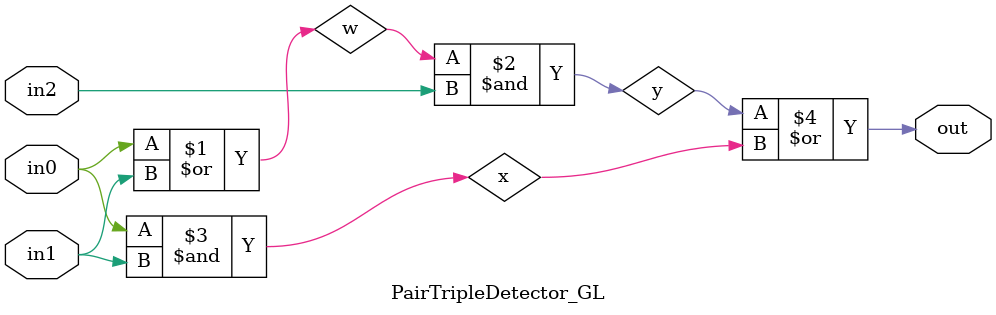
<source format=v>

`ifndef PAIR_TRIPLE_DETECTOR_GL_V
`define PAIR_TRIPLE_DETECTOR_GL_V

module PairTripleDetector_GL
(
  input  wire in0,
  input  wire in1,
  input  wire in2,
  output wire out

);

  //''' ACTIVITY '''''''''''''''''''''''''''''''''''''''''''''''''''''''''
  // Implement pair/triple detector using explicit gate-level modeling
  //''''''''''''''''''''''''''''''''''''''''''''''''''''''''''''''''''''''

  wire w;
  wire y;
  wire x; 
  or top_or (w, in0, in1);
  and middle_and (y, w, in2);
  and bottom_and (x, in0, in1);
  or last_or (out, y, x);


endmodule

`endif /* PAIR_TRIPLE_DETECTOR_GL_V */


</source>
